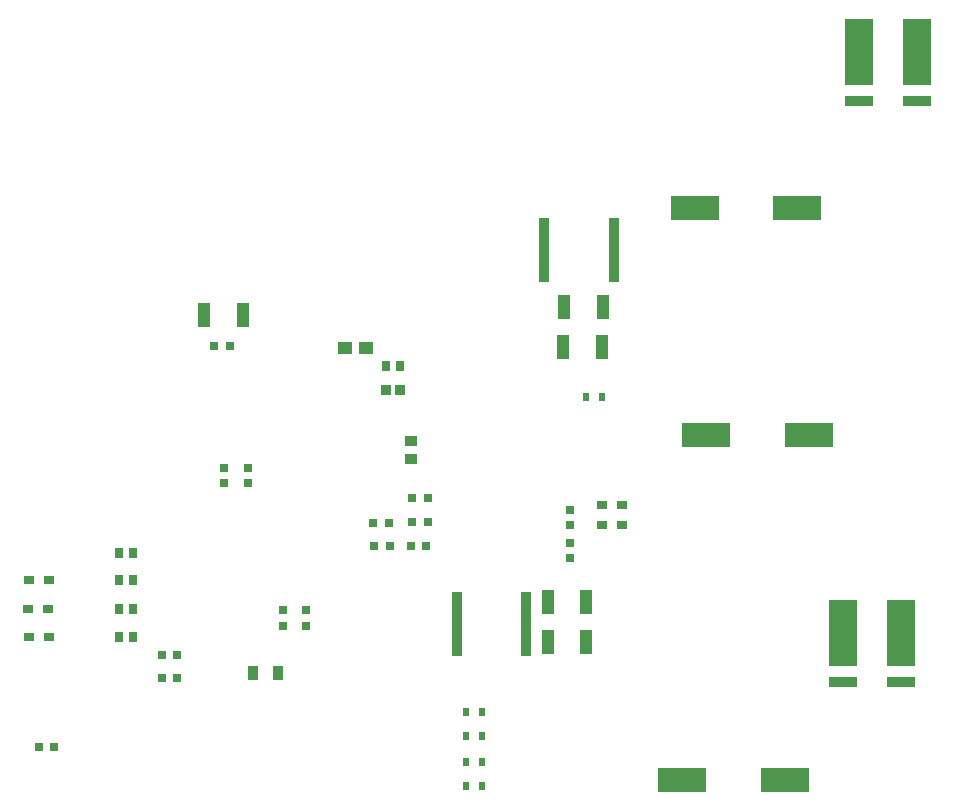
<source format=gbr>
%FSTAX23Y23*%
%MOIN*%
%SFA1B1*%

%IPPOS*%
%ADD34R,0.025590X0.027560*%
%ADD35R,0.043310X0.080710*%
%ADD36R,0.035430X0.031500*%
%ADD41R,0.037650X0.047490*%
%ADD42R,0.041340X0.037400*%
%ADD44R,0.027560X0.025590*%
%ADD50R,0.029530X0.035430*%
%ADD54R,0.033660X0.035680*%
%ADD105R,0.161420X0.078740*%
%ADD106R,0.096060X0.220470*%
%ADD107R,0.096060X0.035040*%
%ADD108R,0.045280X0.041340*%
%ADD109R,0.023620X0.031500*%
%ADD110R,0.027560X0.033470*%
%ADD111R,0.037520X0.212720*%
%LNpcb_paste_bot-1*%
%LPD*%
G54D34*
X02986Y01925D03*
X02933D03*
X04231Y02755D03*
X04178D03*
X04231Y02675D03*
X04178D03*
X04226Y02595D03*
X04173D03*
X03571Y0326D03*
X03518D03*
X0405Y02593D03*
X04103D03*
X03396Y0223D03*
X03343D03*
X04048Y0267D03*
X04101D03*
X03396Y02153D03*
X03343D03*
G54D35*
X03614Y03365D03*
X03485D03*
X04682Y03257D03*
X04812D03*
X0463Y02275D03*
X04759D03*
X0463Y02407D03*
X04759D03*
X04685Y0339D03*
X04814D03*
G54D36*
X02968Y0229D03*
X02901D03*
X02968Y0248D03*
X02901D03*
X02965Y02385D03*
X02898D03*
X04878Y0273D03*
X04811D03*
X04878Y02665D03*
X04811D03*
G54D41*
X0373Y0217D03*
X03649D03*
G54D42*
X04175Y02886D03*
Y02943D03*
G54D44*
X04705Y02716D03*
Y02663D03*
X0363Y02803D03*
Y02856D03*
X03748Y02328D03*
Y02381D03*
X03825Y02328D03*
Y02381D03*
X0355Y02803D03*
Y02856D03*
X04705Y02553D03*
Y02606D03*
G54D50*
X03248Y0229D03*
X03201D03*
Y0257D03*
X03248D03*
X03201Y0248D03*
X03248D03*
X03201Y02385D03*
X03248D03*
G54D54*
X04139Y03115D03*
X0409D03*
G54D105*
X05462Y0372D03*
X0512D03*
X05078Y01815D03*
X05421D03*
X05158Y02965D03*
X05501D03*
G54D106*
X05667Y0424D03*
X05862D03*
X05614Y02304D03*
X05809D03*
G54D107*
X05667Y04077D03*
X05862D03*
X05614Y02141D03*
X05809D03*
G54D108*
X03956Y03255D03*
X04023D03*
G54D109*
X04759Y0309D03*
X0481D03*
X0441Y0204D03*
X04359D03*
X0441Y0196D03*
X04359D03*
X0441Y01795D03*
X04359D03*
X0441Y01875D03*
X04359D03*
G54D110*
X0409Y03195D03*
X04139D03*
G54D111*
X04557Y02335D03*
X04327D03*
X04619Y03581D03*
X0485D03*
M02*
</source>
